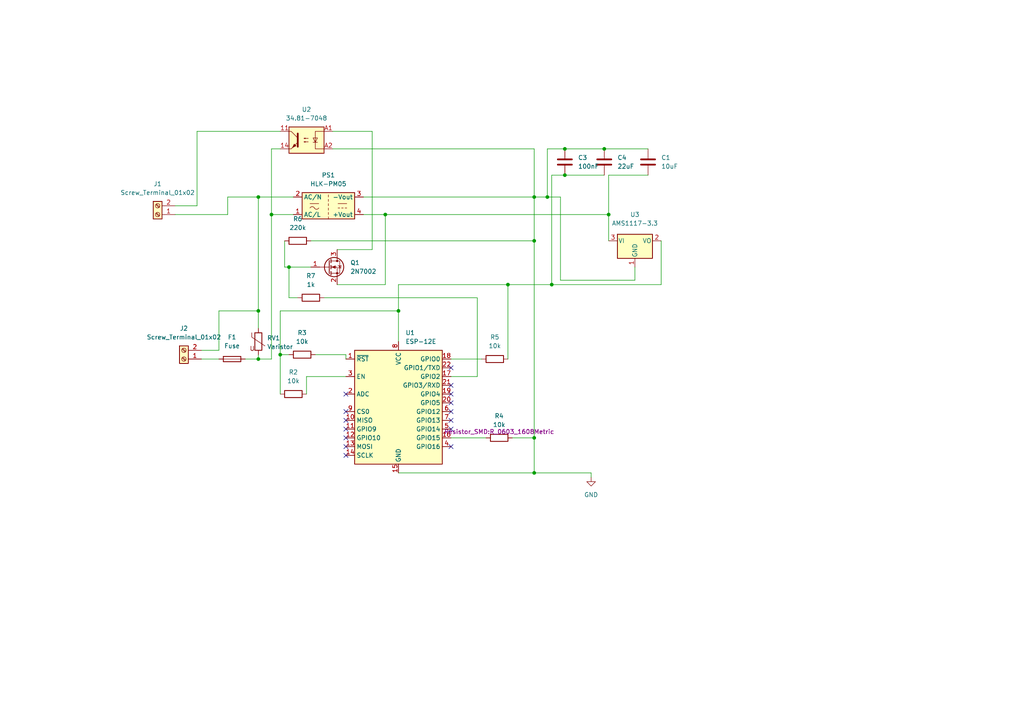
<source format=kicad_sch>
(kicad_sch (version 20211123) (generator eeschema)
  (paper "A4")
  (lib_symbols
    (symbol "Connector:Screw_Terminal_01x02" (pin_names (offset 1.016) hide)
      (property "Reference" "J" (at 0 2.54 0))
      (property "Value" "Screw_Terminal_01x02" (at 0 -5.08 0))
      (symbol "Screw_Terminal_01x02_1_1"
        (rectangle (start -1.27 1.27) (end 1.27 -3.81) (stroke (width 0.254)) (fill (type background)))
        (circle (center 0 -2.54) (radius 0.635) (stroke (width 0.1524)))
        (polyline (pts (xy -0.5334 -2.2098) (xy 0.3302 -3.048)) (stroke (width 0.1524)))
        (polyline (pts (xy -0.5334 0.3302) (xy 0.3302 -0.508)) (stroke (width 0.1524)))
        (polyline (pts (xy -0.3556 -2.032) (xy 0.508 -2.8702)) (stroke (width 0.1524)))
        (polyline (pts (xy -0.3556 0.508) (xy 0.508 -0.3302)) (stroke (width 0.1524)))
        (circle (center 0 0) (radius 0.635) (stroke (width 0.1524)))
        (pin passive line (at -5.08 0 0) (length 3.81) (name "Pin_1") (number "1"))
        (pin passive line (at -5.08 -2.54 0) (length 3.81) (name "Pin_2") (number "2"))
      )
    )
    (symbol "Converter_ACDC:HLK-PM05"
      (property "Reference" "PS" (at 0 5.08 0))
      (property "Value" "HLK-PM05" (at 0 -5.08 0))
      (symbol "HLK-PM05_0_1"
        (rectangle (start -7.62 3.81) (end 7.62 -3.81) (stroke (width 0.254)) (fill (type background)))
        (arc (start -5.334 0.635) (mid -4.699 0.2495) (end -4.064 0.635))
        (arc (start -2.794 0.635) (mid -3.429 1.0072) (end -4.064 0.635))
        (polyline (pts (xy -5.334 -0.635) (xy -2.794 -0.635)))
        (polyline (pts (xy 0 -2.54) (xy 0 -3.175)))
        (polyline (pts (xy 0 -1.27) (xy 0 -1.905)))
        (polyline (pts (xy 0 0) (xy 0 -0.635)))
        (polyline (pts (xy 0 1.27) (xy 0 0.635)))
        (polyline (pts (xy 0 2.54) (xy 0 1.905)))
        (polyline (pts (xy 0 3.81) (xy 0 3.175)))
        (polyline (pts (xy 2.794 -0.635) (xy 5.334 -0.635)))
        (polyline (pts (xy 2.794 0.635) (xy 3.302 0.635)))
        (polyline (pts (xy 3.81 0.635) (xy 4.318 0.635)))
        (polyline (pts (xy 4.826 0.635) (xy 5.334 0.635)))
      )
      (symbol "HLK-PM05_1_1"
        (pin power_in line (at -10.16 2.54 0) (length 2.54) (name "AC/L") (number "1"))
        (pin power_in line (at -10.16 -2.54 0) (length 2.54) (name "AC/N") (number "2"))
        (pin power_out line (at 10.16 -2.54 180) (length 2.54) (name "-Vout") (number "3"))
        (pin power_out line (at 10.16 2.54 180) (length 2.54) (name "+Vout") (number "4"))
      )
    )
    (symbol "Device:C" (pin_numbers hide) (pin_names (offset 0.254))
      (property "Reference" "C" (at 0.635 2.54 0))
      (property "Value" "C" (at 0.635 -2.54 0))
      (symbol "C_0_1"
        (polyline (pts (xy -2.032 -0.762) (xy 2.032 -0.762)) (stroke (width 0.508)))
        (polyline (pts (xy -2.032 0.762) (xy 2.032 0.762)) (stroke (width 0.508)))
      )
      (symbol "C_1_1"
        (pin passive line (at 0 3.81 270) (length 2.794) (name "~") (number "1"))
        (pin passive line (at 0 -3.81 90) (length 2.794) (name "~") (number "2"))
      )
    )
    (symbol "Device:Fuse" (pin_numbers hide) (pin_names (offset 0))
      (property "Reference" "F" (at 2.032 0 90))
      (property "Value" "Fuse" (at -1.905 0 90))
      (symbol "Fuse_0_1"
        (rectangle (start -0.762 -2.54) (end 0.762 2.54) (stroke (width 0.254)))
        (polyline (pts (xy 0 2.54) (xy 0 -2.54)))
      )
      (symbol "Fuse_1_1"
        (pin passive line (at 0 3.81 270) (length 1.27) (name "~") (number "1"))
        (pin passive line (at 0 -3.81 90) (length 1.27) (name "~") (number "2"))
      )
    )
    (symbol "Device:R" (pin_numbers hide) (pin_names (offset 0))
      (property "Reference" "R" (at 2.032 0 90))
      (property "Value" "R" (at 0 0 90))
      (symbol "R_0_1"
        (rectangle (start -1.016 -2.54) (end 1.016 2.54) (stroke (width 0.254)))
      )
      (symbol "R_1_1"
        (pin passive line (at 0 3.81 270) (length 1.27) (name "~") (number "1"))
        (pin passive line (at 0 -3.81 90) (length 1.27) (name "~") (number "2"))
      )
    )
    (symbol "Device:Varistor" (pin_numbers hide) (pin_names (offset 0))
      (property "Reference" "RV" (at 3.175 0 90))
      (property "Value" "Varistor" (at -3.175 0 90))
      (symbol "Varistor_0_0"
        (text "U" (at -1.778 -2.032 0) (effects (font (size 1.27 1.27))))
      )
      (symbol "Varistor_0_1"
        (rectangle (start -1.016 -2.54) (end 1.016 2.54) (stroke (width 0.254)))
        (polyline (pts (xy -1.905 2.54) (xy -1.905 1.27) (xy 1.905 -1.27)))
      )
      (symbol "Varistor_1_1"
        (pin passive line (at 0 3.81 270) (length 1.27) (name "~") (number "1"))
        (pin passive line (at 0 -3.81 90) (length 1.27) (name "~") (number "2"))
      )
    )
    (symbol "RF_Module:ESP-12E"
      (property "Reference" "U" (at -12.7 19.05 0))
      (property "Value" "ESP-12E" (at 12.7 19.05 0))
      (symbol "ESP-12E_0_1"
        (rectangle (start -12.7 17.78) (end 12.7 -15.24) (stroke (width 0.254)) (fill (type background)))
      )
      (symbol "ESP-12E_1_1"
        (pin input line (at -15.24 15.24 0) (length 2.54) (name "~{RST}") (number "1"))
        (pin bidirectional line (at -15.24 -2.54 0) (length 2.54) (name "MISO") (number "10"))
        (pin bidirectional line (at -15.24 -5.08 0) (length 2.54) (name "GPIO9") (number "11"))
        (pin bidirectional line (at -15.24 -7.62 0) (length 2.54) (name "GPIO10") (number "12"))
        (pin bidirectional line (at -15.24 -10.16 0) (length 2.54) (name "MOSI") (number "13"))
        (pin bidirectional line (at -15.24 -12.7 0) (length 2.54) (name "SCLK") (number "14"))
        (pin power_in line (at 0 -17.78 90) (length 2.54) (name "GND") (number "15"))
        (pin bidirectional line (at 15.24 -7.62 180) (length 2.54) (name "GPIO15") (number "16"))
        (pin bidirectional line (at 15.24 10.16 180) (length 2.54) (name "GPIO2") (number "17"))
        (pin bidirectional line (at 15.24 15.24 180) (length 2.54) (name "GPIO0") (number "18"))
        (pin bidirectional line (at 15.24 5.08 180) (length 2.54) (name "GPIO4") (number "19"))
        (pin input line (at -15.24 5.08 0) (length 2.54) (name "ADC") (number "2"))
        (pin bidirectional line (at 15.24 2.54 180) (length 2.54) (name "GPIO5") (number "20"))
        (pin bidirectional line (at 15.24 7.62 180) (length 2.54) (name "GPIO3/RXD") (number "21"))
        (pin bidirectional line (at 15.24 12.7 180) (length 2.54) (name "GPIO1/TXD") (number "22"))
        (pin input line (at -15.24 10.16 0) (length 2.54) (name "EN") (number "3"))
        (pin bidirectional line (at 15.24 -10.16 180) (length 2.54) (name "GPIO16") (number "4"))
        (pin bidirectional line (at 15.24 -5.08 180) (length 2.54) (name "GPIO14") (number "5"))
        (pin bidirectional line (at 15.24 0 180) (length 2.54) (name "GPIO12") (number "6"))
        (pin bidirectional line (at 15.24 -2.54 180) (length 2.54) (name "GPIO13") (number "7"))
        (pin power_in line (at 0 20.32 270) (length 2.54) (name "VCC") (number "8"))
        (pin input line (at -15.24 0 0) (length 2.54) (name "CS0") (number "9"))
      )
    )
    (symbol "Regulator_Linear:AMS1117-3.3" (pin_names (offset 0.254))
      (property "Reference" "U" (at -3.81 3.175 0))
      (property "Value" "AMS1117-3.3" (at 0 3.175 0))
      (symbol "AMS1117-3.3_0_1"
        (rectangle (start -5.08 -5.08) (end 5.08 1.905) (stroke (width 0.254)) (fill (type background)))
      )
      (symbol "AMS1117-3.3_1_1"
        (pin power_in line (at 0 -7.62 90) (length 2.54) (name "GND") (number "1"))
        (pin power_out line (at 7.62 0 180) (length 2.54) (name "VO") (number "2"))
        (pin power_in line (at -7.62 0 0) (length 2.54) (name "VI") (number "3"))
      )
    )
    (symbol "Relay_SolidState:34.81-7048"
      (property "Reference" "U" (at -5.08 5.08 0))
      (property "Value" "34.81-7048" (at 0 5.08 0))
      (symbol "34.81-7048_0_1"
        (rectangle (start -5.08 3.81) (end 5.08 -3.81) (stroke (width 0.254)) (fill (type background)))
        (polyline (pts (xy -3.175 -0.635) (xy -1.905 -0.635)))
        (polyline (pts (xy 2.54 1.905) (xy 2.54 -1.905) (xy 2.54 -1.905)) (stroke (width 0.508)))
        (polyline (pts (xy -5.08 2.54) (xy -2.54 2.54) (xy -2.54 -2.54) (xy -5.08 -2.54)))
        (polyline (pts (xy -2.54 -0.635) (xy -3.175 0.635) (xy -1.905 0.635) (xy -2.54 -0.635)))
        (polyline (pts (xy -0.508 -0.508) (xy 0.762 -0.508) (xy 0.381 -0.635) (xy 0.381 -0.381) (xy 0.762 -0.508)))
        (polyline (pts (xy -0.508 0.508) (xy 0.762 0.508) (xy 0.381 0.381) (xy 0.381 0.635) (xy 0.762 0.508)))
        (polyline (pts (xy 3.048 -1.651) (xy 3.556 -1.143) (xy 4.064 -2.159) (xy 3.048 -1.651) (xy 3.048 -1.651)) (fill (type outline)))
        (polyline (pts (xy 5.08 2.54) (xy 4.445 2.54) (xy 2.54 0.635) (xy 2.54 -0.635) (xy 4.445 -2.54) (xy 5.08 -2.54)))
      )
      (symbol "34.81-7048_1_1"
        (pin passive line (at 7.62 2.54 180) (length 2.54) (name "~") (number "11"))
        (pin passive line (at 7.62 -2.54 180) (length 2.54) (name "~") (number "14"))
        (pin passive line (at -7.62 2.54 0) (length 2.54) (name "~") (number "A1"))
        (pin passive line (at -7.62 -2.54 0) (length 2.54) (name "~") (number "A2"))
      )
    )
    (symbol "Transistor_FET:2N7002" (pin_names hide)
      (property "Reference" "Q" (at 5.08 1.905 0))
      (property "Value" "2N7002" (at 5.08 0 0))
      (symbol "2N7002_0_1"
        (polyline (pts (xy 0.254 0) (xy -2.54 0)))
        (polyline (pts (xy 0.254 1.905) (xy 0.254 -1.905)) (stroke (width 0.254)))
        (polyline (pts (xy 0.762 -1.27) (xy 0.762 -2.286)) (stroke (width 0.254)))
        (polyline (pts (xy 0.762 0.508) (xy 0.762 -0.508)) (stroke (width 0.254)))
        (polyline (pts (xy 0.762 2.286) (xy 0.762 1.27)) (stroke (width 0.254)))
        (polyline (pts (xy 2.54 2.54) (xy 2.54 1.778)))
        (polyline (pts (xy 2.54 -2.54) (xy 2.54 0) (xy 0.762 0)))
        (polyline (pts (xy 0.762 -1.778) (xy 3.302 -1.778) (xy 3.302 1.778) (xy 0.762 1.778)))
        (polyline (pts (xy 1.016 0) (xy 2.032 0.381) (xy 2.032 -0.381) (xy 1.016 0)) (fill (type outline)))
        (polyline (pts (xy 2.794 0.508) (xy 2.921 0.381) (xy 3.683 0.381) (xy 3.81 0.254)))
        (polyline (pts (xy 3.302 0.381) (xy 2.921 -0.254) (xy 3.683 -0.254) (xy 3.302 0.381)))
        (circle (center 1.651 0) (radius 2.794) (stroke (width 0.254)))
        (circle (center 2.54 -1.778) (radius 0.254) (fill (type outline)))
        (circle (center 2.54 1.778) (radius 0.254) (fill (type outline)))
      )
      (symbol "2N7002_1_1"
        (pin input line (at -5.08 0 0) (length 2.54) (name "G") (number "1"))
        (pin passive line (at 2.54 -5.08 90) (length 2.54) (name "S") (number "2"))
        (pin passive line (at 2.54 5.08 270) (length 2.54) (name "D") (number "3"))
      )
    )
    (symbol "power:GND" (power) (pin_names (offset 0))
      (property "Value" "GND" (at 0 -3.81 0))
      (symbol "GND_0_1"
        (polyline (pts (xy 0 0) (xy 0 -1.27) (xy 1.27 -1.27) (xy 0 -2.54) (xy -1.27 -1.27) (xy 0 -1.27)))
      )
      (symbol "GND_1_1"
        (pin power_in line (at 0 0 270) (length 0) hide (name "GND") (number "1"))
      )
    )
  )
  (junction (at 154.94 57.15))
  (junction (at 147.32 82.55))
  (junction (at 163.83 43.18))
  (junction (at 74.93 90.17))
  (junction (at 78.74 62.23))
  (junction (at 175.26 43.18))
  (junction (at 160.02 82.55))
  (junction (at 81.28 102.87))
  (junction (at 74.93 57.15))
  (junction (at 115.57 90.17))
  (junction (at 154.94 127))
  (junction (at 154.94 69.85))
  (junction (at 176.53 62.23))
  (junction (at 163.83 50.8))
  (junction (at 154.94 137.16))
  (junction (at 158.75 57.15))
  (junction (at 83.82 77.47))
  (junction (at 111.76 62.23))
  (junction (at 74.93 104.14))
  (no_connect (at 130.81 119.38))
  (no_connect (at 130.81 124.46))
  (no_connect (at 130.81 121.92))
  (no_connect (at 130.81 106.68))
  (no_connect (at 100.33 129.54))
  (no_connect (at 100.33 132.08))
  (no_connect (at 100.33 127))
  (no_connect (at 100.33 124.46))
  (no_connect (at 100.33 121.92))
  (no_connect (at 100.33 119.38))
  (no_connect (at 130.81 111.76))
  (no_connect (at 130.81 114.3))
  (no_connect (at 130.81 116.84))
  (no_connect (at 130.81 129.54))
  (no_connect (at 100.33 114.3))
  (wire (pts (xy 115.57 137.16) (xy 154.94 137.16)))
  (wire (pts (xy 154.94 137.16) (xy 171.45 137.16)))
  (wire (pts (xy 176.53 62.23) (xy 176.53 69.85)))
  (wire (pts (xy 130.81 104.14) (xy 139.7 104.14)))
  (wire (pts (xy 158.75 43.18) (xy 158.75 57.15)))
  (wire (pts (xy 184.15 81.28) (xy 184.15 77.47)))
  (wire (pts (xy 175.26 43.18) (xy 163.83 43.18)))
  (wire (pts (xy 147.32 82.55) (xy 115.57 82.55)))
  (wire (pts (xy 88.9 109.22) (xy 88.9 114.3)))
  (wire (pts (xy 66.04 62.23) (xy 66.04 57.15)))
  (wire (pts (xy 74.93 57.15) (xy 74.93 90.17)))
  (wire (pts (xy 111.76 82.55) (xy 111.76 62.23)))
  (wire (pts (xy 191.77 69.85) (xy 191.77 82.55)))
  (wire (pts (xy 63.5 90.17) (xy 74.93 90.17)))
  (wire (pts (xy 162.56 57.15) (xy 162.56 81.28)))
  (wire (pts (xy 91.44 102.87) (xy 100.33 102.87)))
  (wire (pts (xy 162.56 81.28) (xy 184.15 81.28)))
  (wire (pts (xy 90.17 69.85) (xy 154.94 69.85)))
  (wire (pts (xy 147.32 82.55) (xy 147.32 104.14)))
  (wire (pts (xy 58.42 101.6) (xy 63.5 101.6)))
  (wire (pts (xy 160.02 50.8) (xy 160.02 82.55)))
  (wire (pts (xy 107.95 72.39) (xy 107.95 38.1)))
  (wire (pts (xy 100.33 102.87) (xy 100.33 104.14)))
  (wire (pts (xy 57.15 38.1) (xy 57.15 59.69)))
  (wire (pts (xy 81.28 114.3) (xy 81.28 102.87)))
  (wire (pts (xy 74.93 57.15) (xy 85.09 57.15)))
  (wire (pts (xy 74.93 104.14) (xy 74.93 102.87)))
  (wire (pts (xy 171.45 137.16) (xy 171.45 138.43)))
  (wire (pts (xy 158.75 57.15) (xy 162.56 57.15)))
  (wire (pts (xy 81.28 43.18) (xy 78.74 43.18)))
  (wire (pts (xy 163.83 50.8) (xy 175.26 50.8)))
  (wire (pts (xy 58.42 104.14) (xy 63.5 104.14)))
  (wire (pts (xy 50.8 59.69) (xy 57.15 59.69)))
  (wire (pts (xy 81.28 102.87) (xy 81.28 90.17)))
  (wire (pts (xy 154.94 43.18) (xy 154.94 57.15)))
  (wire (pts (xy 154.94 57.15) (xy 154.94 69.85)))
  (wire (pts (xy 154.94 57.15) (xy 158.75 57.15)))
  (wire (pts (xy 111.76 62.23) (xy 176.53 62.23)))
  (wire (pts (xy 187.96 43.18) (xy 175.26 43.18)))
  (wire (pts (xy 83.82 86.36) (xy 83.82 77.47)))
  (wire (pts (xy 97.79 82.55) (xy 111.76 82.55)))
  (wire (pts (xy 100.33 109.22) (xy 88.9 109.22)))
  (wire (pts (xy 115.57 90.17) (xy 115.57 99.06)))
  (wire (pts (xy 85.09 62.23) (xy 78.74 62.23)))
  (wire (pts (xy 74.93 90.17) (xy 74.93 95.25)))
  (wire (pts (xy 154.94 69.85) (xy 154.94 127)))
  (wire (pts (xy 82.55 77.47) (xy 83.82 77.47)))
  (wire (pts (xy 163.83 43.18) (xy 158.75 43.18)))
  (wire (pts (xy 97.79 72.39) (xy 107.95 72.39)))
  (wire (pts (xy 115.57 82.55) (xy 115.57 90.17)))
  (wire (pts (xy 160.02 82.55) (xy 147.32 82.55)))
  (wire (pts (xy 107.95 38.1) (xy 96.52 38.1)))
  (wire (pts (xy 163.83 50.8) (xy 160.02 50.8)))
  (wire (pts (xy 78.74 43.18) (xy 78.74 62.23)))
  (wire (pts (xy 83.82 77.47) (xy 90.17 77.47)))
  (wire (pts (xy 187.96 50.8) (xy 176.53 50.8)))
  (wire (pts (xy 82.55 69.85) (xy 82.55 77.47)))
  (wire (pts (xy 81.28 90.17) (xy 115.57 90.17)))
  (wire (pts (xy 130.81 127) (xy 140.97 127)))
  (wire (pts (xy 105.41 57.15) (xy 154.94 57.15)))
  (wire (pts (xy 138.43 109.22) (xy 138.43 86.36)))
  (wire (pts (xy 105.41 62.23) (xy 111.76 62.23)))
  (wire (pts (xy 154.94 127) (xy 154.94 137.16)))
  (wire (pts (xy 50.8 62.23) (xy 66.04 62.23)))
  (wire (pts (xy 81.28 102.87) (xy 83.82 102.87)))
  (wire (pts (xy 86.36 86.36) (xy 83.82 86.36)))
  (wire (pts (xy 66.04 57.15) (xy 74.93 57.15)))
  (wire (pts (xy 71.12 104.14) (xy 74.93 104.14)))
  (wire (pts (xy 81.28 38.1) (xy 57.15 38.1)))
  (wire (pts (xy 63.5 101.6) (xy 63.5 90.17)))
  (wire (pts (xy 78.74 104.14) (xy 74.93 104.14)))
  (wire (pts (xy 96.52 43.18) (xy 154.94 43.18)))
  (wire (pts (xy 130.81 109.22) (xy 138.43 109.22)))
  (wire (pts (xy 78.74 62.23) (xy 78.74 104.14)))
  (wire (pts (xy 138.43 86.36) (xy 93.98 86.36)))
  (wire (pts (xy 176.53 50.8) (xy 176.53 62.23)))
  (wire (pts (xy 191.77 82.55) (xy 160.02 82.55)))
  (wire (pts (xy 148.59 127) (xy 154.94 127)))
  (symbol (lib_id "Converter_ACDC:HLK-PM05") (at 95.25 59.69 0) (mirror x) (unit 1)
    (property "Reference" "PS1" (at 95.25 50.8 0))
    (property "Value" "HLK-PM05" (at 95.25 53.34 0))
    (property "Footprint" "Converter_ACDC:Converter_ACDC_HiLink_HLK-PMxx" (effects hide))
    (property "Datasheet" "http://www.hlktech.net/product_detail.php?ProId=54" (effects hide))
  )
  (symbol (lib_id "Device:R") (at 143.51 104.14 270) (unit 1)
    (property "Reference" "R5" (at 143.51 97.79 90))
    (property "Value" "10k" (at 143.51 100.33 90))
    (property "Footprint" "Resistor_SMD:R_0603_1608Metric" (effects hide))
  )
  (symbol (lib_id "Device:R") (at 144.78 127 270) (unit 1)
    (property "Reference" "R4" (at 144.78 120.65 90))
    (property "Value" "10k" (at 144.78 123.19 90))
    (property "Footprint" "Resistor_SMD:R_0603_1608Metric" (at 144.78 125.222 90))
  )
  (symbol (lib_id "Connector:Screw_Terminal_01x02") (at 45.72 62.23 180) (unit 1)
    (property "Reference" "J1" (at 45.72 53.34 0))
    (property "Value" "Screw_Terminal_01x02" (at 45.72 55.88 0))
    (property "Footprint" "TerminalBlock:TerminalBlock_Altech_AK300-2_P5.00mm" (effects hide))
  )
  (symbol (lib_id "Device:Varistor") (at 74.93 99.06 0) (unit 1)
    (property "Reference" "RV1" (at 77.47 98.0431 0) (effects (justify left)))
    (property "Value" "Varistor" (at 77.47 100.5831 0) (effects (justify left)))
    (property "Footprint" "Varistor:RV_Disc_D9mm_W4.4mm_P5mm" (effects hide))
  )
  (symbol (lib_id "Device:Fuse") (at 67.31 104.14 90) (unit 1)
    (property "Reference" "F1" (at 67.31 97.79 90))
    (property "Value" "Fuse" (at 67.31 100.33 90))
    (property "Footprint" "Fuse:Fuse_Bourns_MF-RG400" (effects hide))
  )
  (symbol (lib_id "power:GND") (at 171.45 138.43 0) (unit 1)
    (property "Reference" "#PWR0101" (effects hide))
    (property "Value" "GND" (at 171.45 143.51 0))
  )
  (symbol (lib_id "Device:C") (at 163.83 46.99 0) (unit 1)
    (property "Reference" "C3" (at 167.64 45.7199 0) (effects (justify left)))
    (property "Value" "100nF" (at 167.64 48.2599 0) (effects (justify left)))
    (property "Footprint" "Capacitor_Tantalum_SMD:CP_EIA-3216-18_Kemet-A_Pad1.58x1.35mm_HandSolder" (effects hide))
  )
  (symbol (lib_id "Regulator_Linear:AMS1117-3.3") (at 184.15 69.85 0) (unit 1)
    (property "Reference" "U3" (at 184.15 62.23 0))
    (property "Value" "AMS1117-3.3" (at 184.15 64.77 0))
    (property "Footprint" "Package_TO_SOT_SMD:SOT-223-3_TabPin2" (effects hide))
    (property "Datasheet" "http://www.advanced-monolithic.com/pdf/ds1117.pdf" (effects hide))
  )
  (symbol (lib_id "Relay_SolidState:34.81-7048") (at 88.9 40.64 0) (mirror y) (unit 1)
    (property "Reference" "U2" (at 88.9 31.75 0))
    (property "Value" "34.81-7048" (at 88.9 34.29 0))
    (property "Footprint" "OptoDevice:Finder_34.81" (effects hide))
    (property "Datasheet" "http://www.us.liteon.com/downloads/LTV-817-827-847.PDF" (effects hide))
  )
  (symbol (lib_id "Device:C") (at 187.96 46.99 0) (unit 1)
    (property "Reference" "C1" (at 191.77 45.7199 0) (effects (justify left)))
    (property "Value" "10uF" (at 191.77 48.2599 0) (effects (justify left)))
    (property "Footprint" "Capacitor_Tantalum_SMD:CP_EIA-3216-18_Kemet-A_Pad1.58x1.35mm_HandSolder" (effects hide))
  )
  (symbol (lib_id "Device:R") (at 90.17 86.36 270) (unit 1)
    (property "Reference" "R7" (at 90.17 80.01 90))
    (property "Value" "1k" (at 90.17 82.55 90))
    (property "Footprint" "Resistor_SMD:R_0603_1608Metric" (effects hide))
  )
  (symbol (lib_id "Device:R") (at 85.09 114.3 270) (unit 1)
    (property "Reference" "R2" (at 85.09 107.95 90))
    (property "Value" "10k" (at 85.09 110.49 90))
    (property "Footprint" "Resistor_SMD:R_0603_1608Metric" (effects hide))
  )
  (symbol (lib_id "Connector:Screw_Terminal_01x02") (at 53.34 104.14 180) (unit 1)
    (property "Reference" "J2" (at 53.34 95.25 0))
    (property "Value" "Screw_Terminal_01x02" (at 53.34 97.79 0))
    (property "Footprint" "TerminalBlock:TerminalBlock_Altech_AK300-2_P5.00mm" (effects hide))
  )
  (symbol (lib_id "Device:R") (at 87.63 102.87 270) (unit 1)
    (property "Reference" "R3" (at 87.63 96.52 90))
    (property "Value" "10k" (at 87.63 99.06 90))
    (property "Footprint" "Resistor_SMD:R_0603_1608Metric" (effects hide))
  )
  (symbol (lib_id "Device:C") (at 175.26 46.99 0) (unit 1)
    (property "Reference" "C4" (at 179.07 45.7199 0) (effects (justify left)))
    (property "Value" "22uF" (at 179.07 48.2599 0) (effects (justify left)))
    (property "Footprint" "Capacitor_Tantalum_SMD:CP_EIA-3216-18_Kemet-A_Pad1.58x1.35mm_HandSolder" (effects hide))
  )
  (symbol (lib_id "Device:R") (at 86.36 69.85 270) (unit 1)
    (property "Reference" "R6" (at 86.36 63.5 90))
    (property "Value" "220k" (at 86.36 66.04 90))
    (property "Footprint" "Resistor_SMD:R_0603_1608Metric" (effects hide))
  )
  (symbol (lib_id "Transistor_FET:2N7002") (at 95.25 77.47 0) (unit 1)
    (property "Reference" "Q1" (at 101.6 76.1999 0) (effects (justify left)))
    (property "Value" "2N7002" (at 101.6 78.7399 0) (effects (justify left)))
    (property "Footprint" "Package_TO_SOT_SMD:SOT-23" (effects hide))
    (property "Datasheet" "https://www.onsemi.com/pub/Collateral/NDS7002A-D.PDF" (effects hide))
  )
  (symbol (lib_id "RF_Module:ESP-12E") (at 115.57 119.38 0) (unit 1)
    (property "Reference" "U1" (at 117.5894 96.52 0) (effects (justify left)))
    (property "Value" "ESP-12E" (at 117.5894 99.06 0) (effects (justify left)))
    (property "Footprint" "RF_Module:ESP-12E" (effects hide))
    (property "Datasheet" "http://wiki.ai-thinker.com/_media/esp8266/esp8266_series_modules_user_manual_v1.1.pdf" (effects hide))
  )
)
</source>
